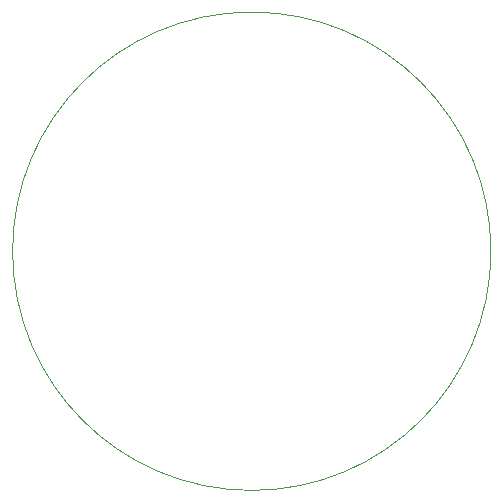
<source format=gbr>
%TF.GenerationSoftware,Altium Limited,Altium Designer,19.1.5 (86)*%
G04 Layer_Color=8388736*
%FSLAX43Y43*%
%MOMM*%
%TF.FileFunction,Other,Mechanical_2*%
%TF.Part,Single*%
G01*
G75*
%TA.AperFunction,NonConductor*%
%ADD20C,0.100*%
D20*
X20250Y0D02*
G03*
X20250Y0I-20250J0D01*
G01*
%TF.MD5,86c8ea494bef8301e625aaddbab3a7cd*%
M02*

</source>
